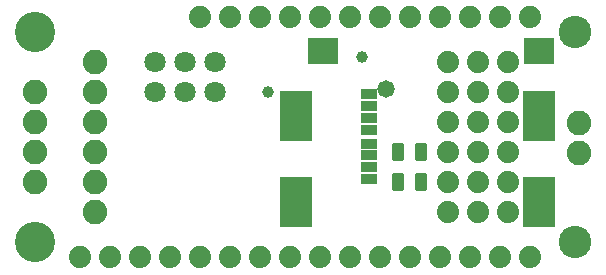
<source format=gbs>
G04 Layer_Color=16711935*
%FSLAX44Y44*%
%MOMM*%
G71*
G01*
G75*
%ADD18C,1.8796*%
%ADD32R,2.5432X2.2032*%
%ADD35R,2.7032X4.2032*%
%ADD36C,1.8032*%
%ADD37C,2.0832*%
%ADD38C,2.7432*%
%ADD39C,2.0828*%
%ADD40C,3.4036*%
%ADD41C,1.8792*%
%ADD42C,1.4732*%
%ADD43C,1.0032*%
G04:AMPARAMS|DCode=44|XSize=1.5032mm|YSize=1.0032mm|CornerRadius=0.2016mm|HoleSize=0mm|Usage=FLASHONLY|Rotation=90.000|XOffset=0mm|YOffset=0mm|HoleType=Round|Shape=RoundedRectangle|*
%AMROUNDEDRECTD44*
21,1,1.5032,0.6000,0,0,90.0*
21,1,1.1000,1.0032,0,0,90.0*
1,1,0.4032,0.3000,0.5500*
1,1,0.4032,0.3000,-0.5500*
1,1,0.4032,-0.3000,-0.5500*
1,1,0.4032,-0.3000,0.5500*
%
%ADD44ROUNDEDRECTD44*%
%ADD45R,1.4732X0.8382*%
D18*
X164700Y215900D02*
D03*
X190100D02*
D03*
X215500D02*
D03*
X240900D02*
D03*
X266300D02*
D03*
X291700D02*
D03*
X317100D02*
D03*
X342500D02*
D03*
X367900D02*
D03*
X393300D02*
D03*
X418700D02*
D03*
X444100D02*
D03*
Y12700D02*
D03*
X418700D02*
D03*
X393300D02*
D03*
X367900D02*
D03*
X342500D02*
D03*
X317100D02*
D03*
X291700D02*
D03*
X266300D02*
D03*
X240900D02*
D03*
X215500D02*
D03*
X190100D02*
D03*
X164700D02*
D03*
X139300D02*
D03*
X113900D02*
D03*
X88500D02*
D03*
X63100D02*
D03*
D32*
X269500Y187400D02*
D03*
X452000D02*
D03*
D35*
X246720Y59930D02*
D03*
X451720D02*
D03*
Y132670D02*
D03*
X246720D02*
D03*
D36*
X126600Y177800D02*
D03*
Y152400D02*
D03*
X177400Y177800D02*
D03*
X152000Y152400D02*
D03*
X177400D02*
D03*
X152000Y177800D02*
D03*
D37*
X25400Y76200D02*
D03*
Y101600D02*
D03*
Y127000D02*
D03*
Y152400D02*
D03*
D38*
X482200Y25400D02*
D03*
Y203200D02*
D03*
D39*
X75800Y50800D02*
D03*
Y76200D02*
D03*
Y101600D02*
D03*
Y127000D02*
D03*
Y152400D02*
D03*
Y177800D02*
D03*
X486000Y101400D02*
D03*
Y126800D02*
D03*
D40*
X25000Y25400D02*
D03*
Y203200D02*
D03*
D41*
X400050Y177800D02*
D03*
Y152400D02*
D03*
Y127000D02*
D03*
Y101600D02*
D03*
Y76200D02*
D03*
Y50800D02*
D03*
X374650D02*
D03*
Y76200D02*
D03*
Y101600D02*
D03*
Y127000D02*
D03*
Y152400D02*
D03*
Y177800D02*
D03*
X425450Y50800D02*
D03*
Y76200D02*
D03*
Y101600D02*
D03*
Y127000D02*
D03*
Y152400D02*
D03*
Y177800D02*
D03*
D42*
X322500Y155000D02*
D03*
D43*
X302500Y182500D02*
D03*
X222500Y152500D02*
D03*
D44*
X352500Y101600D02*
D03*
X332500D02*
D03*
Y76200D02*
D03*
X352500D02*
D03*
D45*
X308210Y88900D02*
D03*
Y78740D02*
D03*
Y99640D02*
D03*
Y108712D02*
D03*
Y120650D02*
D03*
Y130810D02*
D03*
Y140970D02*
D03*
Y151130D02*
D03*
M02*

</source>
